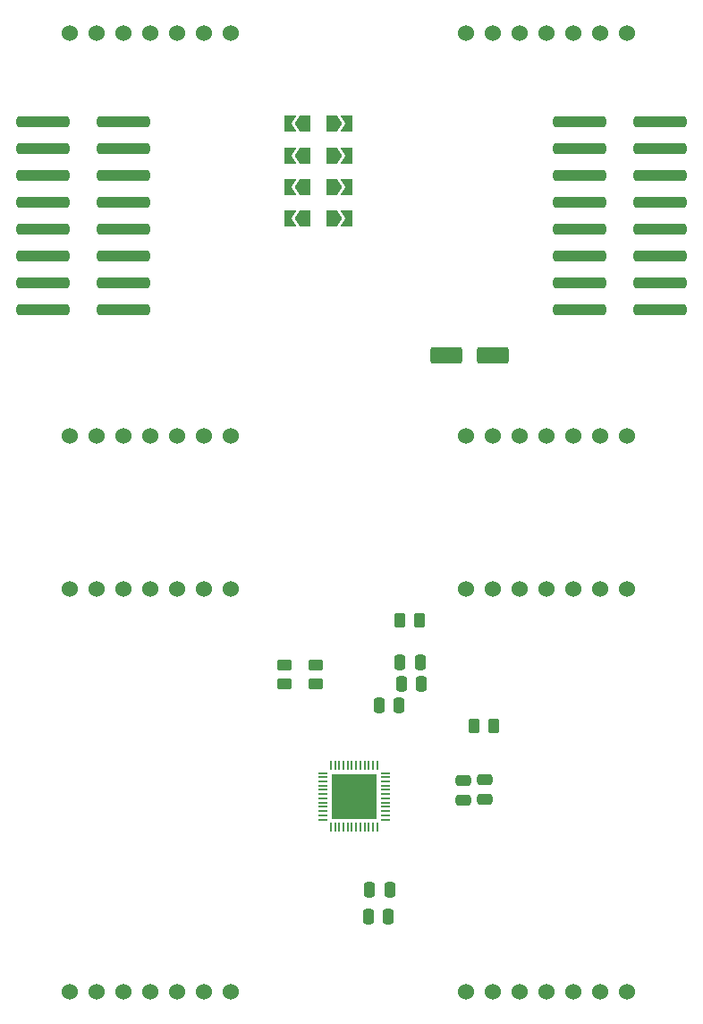
<source format=gbr>
%TF.GenerationSoftware,KiCad,Pcbnew,8.0.5*%
%TF.CreationDate,2025-02-27T20:45:01-08:00*%
%TF.ProjectId,ledaray,6c656461-7261-4792-9e6b-696361645f70,rev?*%
%TF.SameCoordinates,Original*%
%TF.FileFunction,Soldermask,Top*%
%TF.FilePolarity,Negative*%
%FSLAX46Y46*%
G04 Gerber Fmt 4.6, Leading zero omitted, Abs format (unit mm)*
G04 Created by KiCad (PCBNEW 8.0.5) date 2025-02-27 20:45:01*
%MOMM*%
%LPD*%
G01*
G04 APERTURE LIST*
G04 Aperture macros list*
%AMRoundRect*
0 Rectangle with rounded corners*
0 $1 Rounding radius*
0 $2 $3 $4 $5 $6 $7 $8 $9 X,Y pos of 4 corners*
0 Add a 4 corners polygon primitive as box body*
4,1,4,$2,$3,$4,$5,$6,$7,$8,$9,$2,$3,0*
0 Add four circle primitives for the rounded corners*
1,1,$1+$1,$2,$3*
1,1,$1+$1,$4,$5*
1,1,$1+$1,$6,$7*
1,1,$1+$1,$8,$9*
0 Add four rect primitives between the rounded corners*
20,1,$1+$1,$2,$3,$4,$5,0*
20,1,$1+$1,$4,$5,$6,$7,0*
20,1,$1+$1,$6,$7,$8,$9,0*
20,1,$1+$1,$8,$9,$2,$3,0*%
%AMFreePoly0*
4,1,6,1.000000,0.000000,0.500000,-0.750000,-0.500000,-0.750000,-0.500000,0.750000,0.500000,0.750000,1.000000,0.000000,1.000000,0.000000,$1*%
%AMFreePoly1*
4,1,6,0.500000,-0.750000,-0.650000,-0.750000,-0.150000,0.000000,-0.650000,0.750000,0.500000,0.750000,0.500000,-0.750000,0.500000,-0.750000,$1*%
G04 Aperture macros list end*
%ADD10FreePoly0,0.000000*%
%ADD11FreePoly1,0.000000*%
%ADD12FreePoly0,180.000000*%
%ADD13FreePoly1,180.000000*%
%ADD14RoundRect,0.250000X0.475000X-0.250000X0.475000X0.250000X-0.475000X0.250000X-0.475000X-0.250000X0*%
%ADD15RoundRect,0.250000X-0.250000X-0.475000X0.250000X-0.475000X0.250000X0.475000X-0.250000X0.475000X0*%
%ADD16RoundRect,0.250000X-0.262500X-0.450000X0.262500X-0.450000X0.262500X0.450000X-0.262500X0.450000X0*%
%ADD17RoundRect,0.050000X-0.375000X-0.050000X0.375000X-0.050000X0.375000X0.050000X-0.375000X0.050000X0*%
%ADD18RoundRect,0.050000X-0.050000X-0.375000X0.050000X-0.375000X0.050000X0.375000X-0.050000X0.375000X0*%
%ADD19R,4.200000X4.200000*%
%ADD20RoundRect,0.250000X0.262500X0.450000X-0.262500X0.450000X-0.262500X-0.450000X0.262500X-0.450000X0*%
%ADD21RoundRect,0.250000X0.450000X-0.262500X0.450000X0.262500X-0.450000X0.262500X-0.450000X-0.262500X0*%
%ADD22RoundRect,0.250000X0.250000X0.475000X-0.250000X0.475000X-0.250000X-0.475000X0.250000X-0.475000X0*%
%ADD23RoundRect,0.250000X1.250000X0.550000X-1.250000X0.550000X-1.250000X-0.550000X1.250000X-0.550000X0*%
%ADD24RoundRect,0.255000X-2.245000X-0.255000X2.245000X-0.255000X2.245000X0.255000X-2.245000X0.255000X0*%
%ADD25C,1.524000*%
G04 APERTURE END LIST*
D10*
%TO.C,JP10*%
X103550002Y-60000000D03*
D11*
X105000000Y-60000000D03*
%TD*%
D10*
%TO.C,JP9*%
X103550002Y-57000000D03*
D11*
X105000000Y-57000000D03*
%TD*%
D10*
%TO.C,JP8*%
X103550001Y-54000000D03*
D11*
X104999999Y-54000000D03*
%TD*%
D10*
%TO.C,JP7*%
X103550002Y-51000000D03*
D11*
X105000000Y-51000000D03*
%TD*%
D12*
%TO.C,JP6*%
X100999999Y-60000000D03*
D13*
X99550001Y-60000000D03*
%TD*%
D12*
%TO.C,JP5*%
X101000000Y-57000000D03*
D13*
X99550002Y-57000000D03*
%TD*%
D12*
%TO.C,JP4*%
X100999999Y-54000000D03*
D13*
X99550001Y-54000000D03*
%TD*%
D12*
%TO.C,JP3*%
X101000000Y-51000000D03*
D13*
X99550002Y-51000000D03*
%TD*%
D14*
%TO.C,C3*%
X118000000Y-114949999D03*
X118000000Y-113050001D03*
%TD*%
D15*
%TO.C,C2*%
X108000000Y-106000000D03*
X109900000Y-106000000D03*
%TD*%
%TO.C,C4*%
X107100002Y-123449999D03*
X109000000Y-123449999D03*
%TD*%
%TO.C,C6*%
X107000000Y-126000000D03*
X108899998Y-126000000D03*
%TD*%
D16*
%TO.C,R2*%
X117000000Y-108000000D03*
X118825000Y-108000000D03*
%TD*%
D17*
%TO.C,U1*%
X102675000Y-112425000D03*
X102675000Y-112825000D03*
X102675000Y-113225000D03*
X102675000Y-113625000D03*
X102675000Y-114025000D03*
X102675000Y-114425000D03*
X102675000Y-114825000D03*
X102675000Y-115225000D03*
X102675000Y-115625000D03*
X102675000Y-116025000D03*
X102675000Y-116425000D03*
X102675000Y-116825000D03*
D18*
X103425000Y-117575000D03*
X103825000Y-117575000D03*
X104225000Y-117575000D03*
X104625000Y-117575000D03*
X105025000Y-117575000D03*
X105425000Y-117575000D03*
X105825000Y-117575000D03*
X106225000Y-117575000D03*
X106625000Y-117575000D03*
X107025000Y-117575000D03*
X107425000Y-117575000D03*
X107825000Y-117575000D03*
D17*
X108575000Y-116825000D03*
X108575000Y-116425000D03*
X108575000Y-116025000D03*
X108575000Y-115625000D03*
X108575000Y-115225000D03*
X108575000Y-114825000D03*
X108575000Y-114425000D03*
X108575000Y-114025000D03*
X108575000Y-113625000D03*
X108575000Y-113225000D03*
X108575000Y-112825000D03*
X108575000Y-112425000D03*
D18*
X107825000Y-111675000D03*
X107425000Y-111675000D03*
X107025000Y-111675000D03*
X106625000Y-111675000D03*
X106225000Y-111675000D03*
X105825000Y-111675000D03*
X105425000Y-111675000D03*
X105025000Y-111675000D03*
X104625000Y-111675000D03*
X104225000Y-111675000D03*
X103825000Y-111675000D03*
X103425000Y-111675000D03*
D19*
X105625000Y-114625000D03*
%TD*%
D20*
%TO.C,R3*%
X111825000Y-98000000D03*
X110000000Y-98000000D03*
%TD*%
D21*
%TO.C,R1*%
X99000000Y-102175000D03*
X99000000Y-104000000D03*
%TD*%
D22*
%TO.C,C5*%
X112000000Y-104000000D03*
X110100002Y-104000000D03*
%TD*%
D14*
%TO.C,C8*%
X116000000Y-115000000D03*
X116000000Y-113100002D03*
%TD*%
D22*
%TO.C,C7*%
X111899998Y-102000000D03*
X110000000Y-102000000D03*
%TD*%
D23*
%TO.C,C9*%
X118800000Y-72900000D03*
X114400000Y-72900000D03*
%TD*%
D24*
%TO.C,J1*%
X127000000Y-50800000D03*
X134600000Y-50800000D03*
X127000000Y-53340000D03*
X134600000Y-53340000D03*
X127000000Y-55880000D03*
X134600000Y-55880000D03*
X127000000Y-58420000D03*
X134600000Y-58420000D03*
X127000000Y-60960000D03*
X134600000Y-60960000D03*
X127000000Y-63500000D03*
X134600000Y-63500000D03*
X127000000Y-66040000D03*
X134600000Y-66040000D03*
X127000000Y-68580000D03*
X134600000Y-68580000D03*
%TD*%
D21*
%TO.C,R4*%
X102000000Y-104000000D03*
X102000000Y-102175000D03*
%TD*%
D24*
%TO.C,J3*%
X76200000Y-50800000D03*
X83800000Y-50800000D03*
X76200000Y-53340000D03*
X83800000Y-53340000D03*
X76200000Y-55880000D03*
X83800000Y-55880000D03*
X76200000Y-58420000D03*
X83800000Y-58420000D03*
X76200000Y-60960000D03*
X83800000Y-60960000D03*
X76200000Y-63500000D03*
X83800000Y-63500000D03*
X76200000Y-66040000D03*
X83800000Y-66040000D03*
X76200000Y-68580000D03*
X83800000Y-68580000D03*
%TD*%
D25*
%TO.C,U2*%
X131500000Y-80500000D03*
X128960000Y-80500000D03*
X126420000Y-80500000D03*
X123880000Y-80500000D03*
X121340000Y-80500000D03*
X118800000Y-80500000D03*
X116260000Y-80500000D03*
X116260000Y-42400000D03*
X118800000Y-42400000D03*
X121340000Y-42400000D03*
X123880000Y-42400000D03*
X126420000Y-42400000D03*
X128960000Y-42400000D03*
X131500000Y-42400000D03*
%TD*%
%TO.C,U5*%
X131500000Y-133100000D03*
X128960000Y-133100000D03*
X126420000Y-133100000D03*
X123880000Y-133100000D03*
X121340000Y-133100000D03*
X118800000Y-133100000D03*
X116260000Y-133100000D03*
X116260000Y-95000000D03*
X118800000Y-95000000D03*
X121340000Y-95000000D03*
X123880000Y-95000000D03*
X126420000Y-95000000D03*
X128960000Y-95000000D03*
X131500000Y-95000000D03*
%TD*%
%TO.C,U3*%
X94000000Y-80500000D03*
X91460000Y-80500000D03*
X88920000Y-80500000D03*
X86380000Y-80500000D03*
X83840000Y-80500000D03*
X81300000Y-80500000D03*
X78760000Y-80500000D03*
X78760000Y-42400000D03*
X81300000Y-42400000D03*
X83840000Y-42400000D03*
X86380000Y-42400000D03*
X88920000Y-42400000D03*
X91460000Y-42400000D03*
X94000000Y-42400000D03*
%TD*%
%TO.C,U4*%
X94000000Y-133100000D03*
X91460000Y-133100000D03*
X88920000Y-133100000D03*
X86380000Y-133100000D03*
X83840000Y-133100000D03*
X81300000Y-133100000D03*
X78760000Y-133100000D03*
X78760000Y-95000000D03*
X81300000Y-95000000D03*
X83840000Y-95000000D03*
X86380000Y-95000000D03*
X88920000Y-95000000D03*
X91460000Y-95000000D03*
X94000000Y-95000000D03*
%TD*%
M02*

</source>
